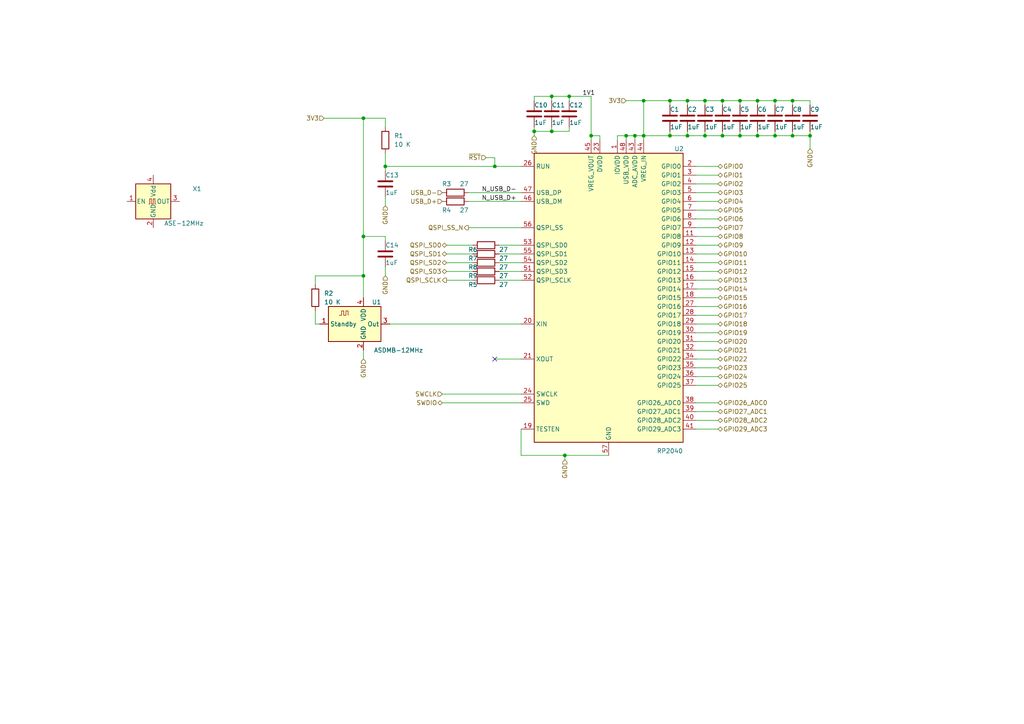
<source format=kicad_sch>
(kicad_sch (version 20230121) (generator eeschema)
  (paper "A4")
  (lib_symbols
    (symbol "Device:C" (pin_numbers hide) (pin_names (offset 0.254))
      (property "Reference" "C" (at 0.635 2.54 0))
      (property "Value" "C" (at 0.635 -2.54 0))
      (symbol "C_0_1"
        (polyline (pts (xy -2.032 -0.762) (xy 2.032 -0.762)) (stroke (width 0.508)))
        (polyline (pts (xy -2.032 0.762) (xy 2.032 0.762)) (stroke (width 0.508)))
      )
      (symbol "C_1_1"
        (pin passive line (at 0 3.81 270) (length 2.794) (name "~") (number "1"))
        (pin passive line (at 0 -3.81 90) (length 2.794) (name "~") (number "2"))
      )
    )
    (symbol "Device:R" (pin_numbers hide) (pin_names (offset 0))
      (property "Reference" "R" (at 2.032 0 90))
      (property "Value" "R" (at 0 0 90))
      (symbol "R_0_1"
        (rectangle (start -1.016 -2.54) (end 1.016 2.54) (stroke (width 0.254)))
      )
      (symbol "R_1_1"
        (pin passive line (at 0 3.81 270) (length 1.27) (name "~") (number "1"))
        (pin passive line (at 0 -3.81 90) (length 1.27) (name "~") (number "2"))
      )
    )
    (symbol "MCU_RaspberryPi:RP2040"
      (property "Reference" "U" (at 17.78 45.72 0))
      (property "Value" "RP2040" (at 17.78 43.18 0))
      (symbol "RP2040_0_1"
        (rectangle (start -21.59 41.91) (end 21.59 -41.91) (stroke (width 0.254)) (fill (type background)))
      )
      (symbol "RP2040_1_1"
        (pin power_in line (at 2.54 45.72 270) (length 3.81) (name "IOVDD") (number "1"))
        (pin passive line (at 2.54 45.72 270) (length 3.81) hide (name "IOVDD") (number "10"))
        (pin bidirectional line (at 25.4 17.78 180) (length 3.81) (name "GPIO8") (number "11"))
        (pin bidirectional line (at 25.4 15.24 180) (length 3.81) (name "GPIO9") (number "12"))
        (pin bidirectional line (at 25.4 12.7 180) (length 3.81) (name "GPIO10") (number "13"))
        (pin bidirectional line (at 25.4 10.16 180) (length 3.81) (name "GPIO11") (number "14"))
        (pin bidirectional line (at 25.4 7.62 180) (length 3.81) (name "GPIO12") (number "15"))
        (pin bidirectional line (at 25.4 5.08 180) (length 3.81) (name "GPIO13") (number "16"))
        (pin bidirectional line (at 25.4 2.54 180) (length 3.81) (name "GPIO14") (number "17"))
        (pin bidirectional line (at 25.4 0 180) (length 3.81) (name "GPIO15") (number "18"))
        (pin input line (at -25.4 -38.1 0) (length 3.81) (name "TESTEN") (number "19"))
        (pin bidirectional line (at 25.4 38.1 180) (length 3.81) (name "GPIO0") (number "2"))
        (pin input line (at -25.4 -7.62 0) (length 3.81) (name "XIN") (number "20"))
        (pin passive line (at -25.4 -17.78 0) (length 3.81) (name "XOUT") (number "21"))
        (pin passive line (at 2.54 45.72 270) (length 3.81) hide (name "IOVDD") (number "22"))
        (pin power_in line (at -2.54 45.72 270) (length 3.81) (name "DVDD") (number "23"))
        (pin input line (at -25.4 -27.94 0) (length 3.81) (name "SWCLK") (number "24"))
        (pin bidirectional line (at -25.4 -30.48 0) (length 3.81) (name "SWD") (number "25"))
        (pin input line (at -25.4 38.1 0) (length 3.81) (name "RUN") (number "26"))
        (pin bidirectional line (at 25.4 -2.54 180) (length 3.81) (name "GPIO16") (number "27"))
        (pin bidirectional line (at 25.4 -5.08 180) (length 3.81) (name "GPIO17") (number "28"))
        (pin bidirectional line (at 25.4 -7.62 180) (length 3.81) (name "GPIO18") (number "29"))
        (pin bidirectional line (at 25.4 35.56 180) (length 3.81) (name "GPIO1") (number "3"))
        (pin bidirectional line (at 25.4 -10.16 180) (length 3.81) (name "GPIO19") (number "30"))
        (pin bidirectional line (at 25.4 -12.7 180) (length 3.81) (name "GPIO20") (number "31"))
        (pin bidirectional line (at 25.4 -15.24 180) (length 3.81) (name "GPIO21") (number "32"))
        (pin passive line (at 2.54 45.72 270) (length 3.81) hide (name "IOVDD") (number "33"))
        (pin bidirectional line (at 25.4 -17.78 180) (length 3.81) (name "GPIO22") (number "34"))
        (pin bidirectional line (at 25.4 -20.32 180) (length 3.81) (name "GPIO23") (number "35"))
        (pin bidirectional line (at 25.4 -22.86 180) (length 3.81) (name "GPIO24") (number "36"))
        (pin bidirectional line (at 25.4 -25.4 180) (length 3.81) (name "GPIO25") (number "37"))
        (pin bidirectional line (at 25.4 -30.48 180) (length 3.81) (name "GPIO26_ADC0") (number "38"))
        (pin bidirectional line (at 25.4 -33.02 180) (length 3.81) (name "GPIO27_ADC1") (number "39"))
        (pin bidirectional line (at 25.4 33.02 180) (length 3.81) (name "GPIO2") (number "4"))
        (pin bidirectional line (at 25.4 -35.56 180) (length 3.81) (name "GPIO28_ADC2") (number "40"))
        (pin bidirectional line (at 25.4 -38.1 180) (length 3.81) (name "GPIO29_ADC3") (number "41"))
        (pin passive line (at 2.54 45.72 270) (length 3.81) hide (name "IOVDD") (number "42"))
        (pin power_in line (at 7.62 45.72 270) (length 3.81) (name "ADC_AVDD") (number "43"))
        (pin power_in line (at 10.16 45.72 270) (length 3.81) (name "VREG_IN") (number "44"))
        (pin power_out line (at -5.08 45.72 270) (length 3.81) (name "VREG_VOUT") (number "45"))
        (pin bidirectional line (at -25.4 27.94 0) (length 3.81) (name "USB_DM") (number "46"))
        (pin bidirectional line (at -25.4 30.48 0) (length 3.81) (name "USB_DP") (number "47"))
        (pin power_in line (at 5.08 45.72 270) (length 3.81) (name "USB_VDD") (number "48"))
        (pin passive line (at 2.54 45.72 270) (length 3.81) hide (name "IOVDD") (number "49"))
        (pin bidirectional line (at 25.4 30.48 180) (length 3.81) (name "GPIO3") (number "5"))
        (pin passive line (at -2.54 45.72 270) (length 3.81) hide (name "DVDD") (number "50"))
        (pin bidirectional line (at -25.4 7.62 0) (length 3.81) (name "QSPI_SD3") (number "51"))
        (pin output line (at -25.4 5.08 0) (length 3.81) (name "QSPI_SCLK") (number "52"))
        (pin bidirectional line (at -25.4 15.24 0) (length 3.81) (name "QSPI_SD0") (number "53"))
        (pin bidirectional line (at -25.4 10.16 0) (length 3.81) (name "QSPI_SD2") (number "54"))
        (pin bidirectional line (at -25.4 12.7 0) (length 3.81) (name "QSPI_SD1") (number "55"))
        (pin bidirectional line (at -25.4 20.32 0) (length 3.81) (name "QSPI_SS") (number "56"))
        (pin power_in line (at 0 -45.72 90) (length 3.81) (name "GND") (number "57"))
        (pin bidirectional line (at 25.4 27.94 180) (length 3.81) (name "GPIO4") (number "6"))
        (pin bidirectional line (at 25.4 25.4 180) (length 3.81) (name "GPIO5") (number "7"))
        (pin bidirectional line (at 25.4 22.86 180) (length 3.81) (name "GPIO6") (number "8"))
        (pin bidirectional line (at 25.4 20.32 180) (length 3.81) (name "GPIO7") (number "9"))
      )
    )
    (symbol "Oscillator:ASDMB-xxxMHz"
      (property "Reference" "U" (at -6.35 6.35 0))
      (property "Value" "ASDMB-xxxMHz" (at 11.43 6.35 0))
      (symbol "ASDMB-xxxMHz_1_1"
        (rectangle (start -7.62 5.08) (end 7.62 -5.08) (stroke (width 0.254)) (fill (type background)))
        (polyline (pts (xy -4.445 2.54) (xy -3.81 2.54) (xy -3.81 3.81) (xy -3.175 3.81) (xy -3.175 2.54) (xy -2.54 2.54) (xy -2.54 3.81) (xy -1.905 3.81) (xy -1.905 2.54)))
        (pin input line (at -10.16 0 0) (length 2.54) (name "Standby") (number "1"))
        (pin power_in line (at 2.54 -7.62 90) (length 2.54) (name "GND") (number "2"))
        (pin output line (at 10.16 0 180) (length 2.54) (name "Out") (number "3"))
        (pin power_in line (at 2.54 7.62 270) (length 2.54) (name "VDD") (number "4"))
      )
    )
    (symbol "Oscillator:ASE-xxxMHz" (pin_names (offset 0.254))
      (property "Reference" "X" (at -5.08 6.35 0))
      (property "Value" "ASE-xxxMHz" (at 1.27 -6.35 0))
      (symbol "ASE-xxxMHz_0_1"
        (rectangle (start -5.08 5.08) (end 5.08 -5.08) (stroke (width 0.254)) (fill (type background)))
        (polyline (pts (xy -1.27 -0.762) (xy -1.016 -0.762) (xy -1.016 0.762) (xy -0.508 0.762) (xy -0.508 -0.762) (xy 0 -0.762) (xy 0 0.762) (xy 0.508 0.762) (xy 0.508 -0.762) (xy 0.762 -0.762)))
      )
      (symbol "ASE-xxxMHz_1_1"
        (pin input line (at -7.62 0 0) (length 2.54) (name "EN") (number "1"))
        (pin power_in line (at 0 -7.62 90) (length 2.54) (name "GND") (number "2"))
        (pin output line (at 7.62 0 180) (length 2.54) (name "OUT") (number "3"))
        (pin power_in line (at 0 7.62 270) (length 2.54) (name "Vdd") (number "4"))
      )
    )
  )
  (junction (at 199.39 39.37))
  (junction (at 105.41 80.01))
  (junction (at 163.83 132.08))
  (junction (at 209.55 29.21))
  (junction (at 214.63 39.37))
  (junction (at 214.63 29.21))
  (junction (at 229.87 39.37))
  (junction (at 171.45 39.37))
  (junction (at 224.79 29.21))
  (junction (at 184.15 39.37))
  (junction (at 204.47 39.37))
  (junction (at 199.39 29.21))
  (junction (at 204.47 29.21))
  (junction (at 209.55 39.37))
  (junction (at 186.69 29.21))
  (junction (at 229.87 29.21))
  (junction (at 111.76 48.26))
  (junction (at 194.31 39.37))
  (junction (at 160.02 27.94))
  (junction (at 105.41 68.58))
  (junction (at 234.95 39.37))
  (junction (at 194.31 29.21))
  (junction (at 105.41 34.29))
  (junction (at 165.1 27.94))
  (junction (at 181.61 39.37))
  (junction (at 154.94 38.1))
  (junction (at 224.79 39.37))
  (junction (at 219.71 29.21))
  (junction (at 143.51 48.26))
  (junction (at 186.69 39.37))
  (junction (at 219.71 39.37))
  (junction (at 160.02 38.1))
  (no_connect (at 143.51 104.14))
  (wire (pts (xy 201.93 124.46) (xy 208.28 124.46)))
  (wire (pts (xy 186.69 39.37) (xy 194.31 39.37)))
  (wire (pts (xy 201.93 78.74) (xy 208.28 78.74)))
  (wire (pts (xy 111.76 57.15) (xy 111.76 59.69)))
  (wire (pts (xy 194.31 39.37) (xy 194.31 38.1)))
  (wire (pts (xy 204.47 39.37) (xy 204.47 38.1)))
  (wire (pts (xy 140.97 45.72) (xy 143.51 45.72)))
  (wire (pts (xy 171.45 39.37) (xy 171.45 40.64)))
  (wire (pts (xy 199.39 39.37) (xy 204.47 39.37)))
  (wire (pts (xy 129.54 78.74) (xy 137.16 78.74)))
  (wire (pts (xy 181.61 29.21) (xy 186.69 29.21)))
  (wire (pts (xy 214.63 39.37) (xy 219.71 39.37)))
  (wire (pts (xy 214.63 29.21) (xy 219.71 29.21)))
  (wire (pts (xy 204.47 29.21) (xy 204.47 30.48)))
  (wire (pts (xy 194.31 29.21) (xy 199.39 29.21)))
  (wire (pts (xy 173.99 39.37) (xy 173.99 40.64)))
  (wire (pts (xy 111.76 68.58) (xy 111.76 69.85)))
  (wire (pts (xy 163.83 132.08) (xy 176.53 132.08)))
  (wire (pts (xy 160.02 38.1) (xy 160.02 36.83)))
  (wire (pts (xy 219.71 39.37) (xy 224.79 39.37)))
  (wire (pts (xy 201.93 116.84) (xy 208.28 116.84)))
  (wire (pts (xy 105.41 68.58) (xy 111.76 68.58)))
  (wire (pts (xy 201.93 81.28) (xy 208.28 81.28)))
  (wire (pts (xy 91.44 82.55) (xy 91.44 80.01)))
  (wire (pts (xy 129.54 81.28) (xy 137.16 81.28)))
  (wire (pts (xy 129.54 73.66) (xy 137.16 73.66)))
  (wire (pts (xy 129.54 71.12) (xy 137.16 71.12)))
  (wire (pts (xy 105.41 34.29) (xy 105.41 68.58)))
  (wire (pts (xy 201.93 83.82) (xy 208.28 83.82)))
  (wire (pts (xy 201.93 88.9) (xy 208.28 88.9)))
  (wire (pts (xy 143.51 45.72) (xy 143.51 48.26)))
  (wire (pts (xy 199.39 39.37) (xy 199.39 38.1)))
  (wire (pts (xy 144.78 76.2) (xy 151.13 76.2)))
  (wire (pts (xy 201.93 91.44) (xy 208.28 91.44)))
  (wire (pts (xy 128.27 116.84) (xy 151.13 116.84)))
  (wire (pts (xy 201.93 68.58) (xy 208.28 68.58)))
  (wire (pts (xy 214.63 39.37) (xy 214.63 38.1)))
  (wire (pts (xy 144.78 81.28) (xy 151.13 81.28)))
  (wire (pts (xy 201.93 96.52) (xy 208.28 96.52)))
  (wire (pts (xy 229.87 39.37) (xy 229.87 38.1)))
  (wire (pts (xy 160.02 27.94) (xy 165.1 27.94)))
  (wire (pts (xy 93.98 34.29) (xy 105.41 34.29)))
  (wire (pts (xy 105.41 34.29) (xy 111.76 34.29)))
  (wire (pts (xy 144.78 71.12) (xy 151.13 71.12)))
  (wire (pts (xy 201.93 119.38) (xy 208.28 119.38)))
  (wire (pts (xy 91.44 93.98) (xy 92.71 93.98)))
  (wire (pts (xy 163.83 132.08) (xy 163.83 133.35)))
  (wire (pts (xy 105.41 68.58) (xy 105.41 80.01)))
  (wire (pts (xy 105.41 80.01) (xy 105.41 86.36)))
  (wire (pts (xy 151.13 132.08) (xy 151.13 124.46)))
  (wire (pts (xy 201.93 104.14) (xy 208.28 104.14)))
  (wire (pts (xy 154.94 38.1) (xy 154.94 36.83)))
  (wire (pts (xy 184.15 39.37) (xy 181.61 39.37)))
  (wire (pts (xy 165.1 38.1) (xy 165.1 36.83)))
  (wire (pts (xy 201.93 86.36) (xy 208.28 86.36)))
  (wire (pts (xy 214.63 29.21) (xy 214.63 30.48)))
  (wire (pts (xy 91.44 80.01) (xy 105.41 80.01)))
  (wire (pts (xy 199.39 29.21) (xy 204.47 29.21)))
  (wire (pts (xy 160.02 27.94) (xy 160.02 29.21)))
  (wire (pts (xy 229.87 39.37) (xy 234.95 39.37)))
  (wire (pts (xy 201.93 99.06) (xy 208.28 99.06)))
  (wire (pts (xy 151.13 132.08) (xy 163.83 132.08)))
  (wire (pts (xy 201.93 109.22) (xy 208.28 109.22)))
  (wire (pts (xy 154.94 27.94) (xy 160.02 27.94)))
  (wire (pts (xy 199.39 29.21) (xy 199.39 30.48)))
  (wire (pts (xy 219.71 39.37) (xy 219.71 38.1)))
  (wire (pts (xy 144.78 78.74) (xy 151.13 78.74)))
  (wire (pts (xy 201.93 48.26) (xy 208.28 48.26)))
  (wire (pts (xy 144.78 73.66) (xy 151.13 73.66)))
  (wire (pts (xy 201.93 73.66) (xy 208.28 73.66)))
  (wire (pts (xy 111.76 44.45) (xy 111.76 48.26)))
  (wire (pts (xy 224.79 29.21) (xy 229.87 29.21)))
  (wire (pts (xy 201.93 53.34) (xy 208.28 53.34)))
  (wire (pts (xy 111.76 77.47) (xy 111.76 80.01)))
  (wire (pts (xy 184.15 39.37) (xy 184.15 40.64)))
  (wire (pts (xy 201.93 71.12) (xy 208.28 71.12)))
  (wire (pts (xy 111.76 48.26) (xy 111.76 49.53)))
  (wire (pts (xy 201.93 60.96) (xy 208.28 60.96)))
  (wire (pts (xy 219.71 29.21) (xy 224.79 29.21)))
  (wire (pts (xy 105.41 101.6) (xy 105.41 104.14)))
  (wire (pts (xy 160.02 38.1) (xy 165.1 38.1)))
  (wire (pts (xy 209.55 39.37) (xy 214.63 39.37)))
  (wire (pts (xy 184.15 39.37) (xy 186.69 39.37)))
  (wire (pts (xy 111.76 34.29) (xy 111.76 36.83)))
  (wire (pts (xy 209.55 29.21) (xy 209.55 30.48)))
  (wire (pts (xy 128.27 114.3) (xy 151.13 114.3)))
  (wire (pts (xy 201.93 63.5) (xy 208.28 63.5)))
  (wire (pts (xy 201.93 55.88) (xy 208.28 55.88)))
  (wire (pts (xy 186.69 29.21) (xy 186.69 39.37)))
  (wire (pts (xy 171.45 39.37) (xy 171.45 27.94)))
  (wire (pts (xy 154.94 27.94) (xy 154.94 29.21)))
  (wire (pts (xy 165.1 27.94) (xy 165.1 29.21)))
  (wire (pts (xy 143.51 104.14) (xy 151.13 104.14)))
  (wire (pts (xy 234.95 29.21) (xy 234.95 30.48)))
  (wire (pts (xy 201.93 76.2) (xy 208.28 76.2)))
  (wire (pts (xy 135.89 55.88) (xy 151.13 55.88)))
  (wire (pts (xy 186.69 40.64) (xy 186.69 39.37)))
  (wire (pts (xy 201.93 93.98) (xy 208.28 93.98)))
  (wire (pts (xy 201.93 111.76) (xy 208.28 111.76)))
  (wire (pts (xy 154.94 38.1) (xy 160.02 38.1)))
  (wire (pts (xy 181.61 39.37) (xy 179.07 39.37)))
  (wire (pts (xy 143.51 48.26) (xy 151.13 48.26)))
  (wire (pts (xy 201.93 58.42) (xy 208.28 58.42)))
  (wire (pts (xy 91.44 90.17) (xy 91.44 93.98)))
  (wire (pts (xy 201.93 50.8) (xy 208.28 50.8)))
  (wire (pts (xy 194.31 39.37) (xy 199.39 39.37)))
  (wire (pts (xy 201.93 66.04) (xy 208.28 66.04)))
  (wire (pts (xy 129.54 76.2) (xy 137.16 76.2)))
  (wire (pts (xy 224.79 39.37) (xy 229.87 39.37)))
  (wire (pts (xy 224.79 29.21) (xy 224.79 30.48)))
  (wire (pts (xy 111.76 48.26) (xy 143.51 48.26)))
  (wire (pts (xy 201.93 106.68) (xy 208.28 106.68)))
  (wire (pts (xy 209.55 39.37) (xy 209.55 38.1)))
  (wire (pts (xy 154.94 38.1) (xy 154.94 39.37)))
  (wire (pts (xy 179.07 39.37) (xy 179.07 40.64)))
  (wire (pts (xy 234.95 39.37) (xy 234.95 38.1)))
  (wire (pts (xy 135.89 58.42) (xy 151.13 58.42)))
  (wire (pts (xy 181.61 39.37) (xy 181.61 40.64)))
  (wire (pts (xy 165.1 27.94) (xy 171.45 27.94)))
  (wire (pts (xy 201.93 101.6) (xy 208.28 101.6)))
  (wire (pts (xy 209.55 29.21) (xy 214.63 29.21)))
  (wire (pts (xy 229.87 29.21) (xy 229.87 30.48)))
  (wire (pts (xy 194.31 29.21) (xy 194.31 30.48)))
  (wire (pts (xy 135.89 66.04) (xy 151.13 66.04)))
  (wire (pts (xy 204.47 39.37) (xy 209.55 39.37)))
  (wire (pts (xy 204.47 29.21) (xy 209.55 29.21)))
  (wire (pts (xy 171.45 39.37) (xy 173.99 39.37)))
  (wire (pts (xy 186.69 29.21) (xy 194.31 29.21)))
  (wire (pts (xy 219.71 29.21) (xy 219.71 30.48)))
  (wire (pts (xy 224.79 39.37) (xy 224.79 38.1)))
  (wire (pts (xy 201.93 121.92) (xy 208.28 121.92)))
  (wire (pts (xy 234.95 39.37) (xy 234.95 43.18)))
  (wire (pts (xy 229.87 29.21) (xy 234.95 29.21)))
  (wire (pts (xy 113.03 93.98) (xy 151.13 93.98)))
  (label "1V1" (at 168.91 27.94 0))
  (label "N_USB_D-" (at 139.7 55.88 0))
  (label "N_USB_D+" (at 139.7 58.42 0))
  (hierarchical_label "QSPI_SS_N" (shape output) (at 135.89 66.04 180))
  (hierarchical_label "GPIO2" (shape tri_state) (at 208.28 53.34 0))
  (hierarchical_label "GPIO3" (shape tri_state) (at 208.28 55.88 0))
  (hierarchical_label "GND" (shape input) (at 111.76 80.01 270))
  (hierarchical_label "GPIO27_ADC1" (shape bidirectional) (at 208.28 119.38 0))
  (hierarchical_label "GPIO14" (shape bidirectional) (at 208.28 83.82 0))
  (hierarchical_label "GPIO18" (shape bidirectional) (at 208.28 93.98 0))
  (hierarchical_label "GND" (shape input) (at 163.83 133.35 270))
  (hierarchical_label "USB_D+" (shape input) (at 128.27 58.42 180))
  (hierarchical_label "QSPI_SD0" (shape bidirectional) (at 129.54 71.12 180))
  (hierarchical_label "GPIO19" (shape bidirectional) (at 208.28 96.52 0))
  (hierarchical_label "GPIO11" (shape bidirectional) (at 208.28 76.2 0))
  (hierarchical_label "GPIO28_ADC2" (shape bidirectional) (at 208.28 121.92 0))
  (hierarchical_label "GPIO0" (shape tri_state) (at 208.28 48.26 0))
  (hierarchical_label "GPIO13" (shape bidirectional) (at 208.28 81.28 0))
  (hierarchical_label "GPIO12" (shape bidirectional) (at 208.28 78.74 0))
  (hierarchical_label "GPIO22" (shape bidirectional) (at 208.28 104.14 0))
  (hierarchical_label "GPIO23" (shape bidirectional) (at 208.28 106.68 0))
  (hierarchical_label "GND" (shape input) (at 234.95 43.18 270))
  (hierarchical_label "GPIO21" (shape bidirectional) (at 208.28 101.6 0))
  (hierarchical_label "~{RST}" (shape input) (at 140.97 45.72 180))
  (hierarchical_label "GPIO29_ADC3" (shape bidirectional) (at 208.28 124.46 0))
  (hierarchical_label "QSPI_SD2" (shape bidirectional) (at 129.54 76.2 180))
  (hierarchical_label "GPIO5" (shape tri_state) (at 208.28 60.96 0))
  (hierarchical_label "3V3" (shape input) (at 93.98 34.29 180))
  (hierarchical_label "SWDIO" (shape bidirectional) (at 128.27 116.84 180))
  (hierarchical_label "GPIO26_ADC0" (shape bidirectional) (at 208.28 116.84 0))
  (hierarchical_label "GPIO15" (shape bidirectional) (at 208.28 86.36 0))
  (hierarchical_label "GPIO1" (shape tri_state) (at 208.28 50.8 0))
  (hierarchical_label "QSPI_SD1" (shape bidirectional) (at 129.54 73.66 180))
  (hierarchical_label "GPIO16" (shape bidirectional) (at 208.28 88.9 0))
  (hierarchical_label "GPIO20" (shape bidirectional) (at 208.28 99.06 0))
  (hierarchical_label "GPIO17" (shape bidirectional) (at 208.28 91.44 0))
  (hierarchical_label "GPIO10" (shape bidirectional) (at 208.28 73.66 0))
  (hierarchical_label "GPIO7" (shape tri_state) (at 208.28 66.04 0))
  (hierarchical_label "QSPI_SCLK" (shape output) (at 129.54 81.28 180))
  (hierarchical_label "SWCLK" (shape input) (at 128.27 114.3 180))
  (hierarchical_label "GND" (shape input) (at 111.76 59.69 270))
  (hierarchical_label "GPIO4" (shape tri_state) (at 208.28 58.42 0))
  (hierarchical_label "GPIO6" (shape tri_state) (at 208.28 63.5 0))
  (hierarchical_label "3V3" (shape input) (at 181.61 29.21 180))
  (hierarchical_label "GPIO24" (shape bidirectional) (at 208.28 109.22 0))
  (hierarchical_label "GND" (shape input) (at 105.41 104.14 270))
  (hierarchical_label "QSPI_SD3" (shape bidirectional) (at 129.54 78.74 180))
  (hierarchical_label "GPIO25" (shape bidirectional) (at 208.28 111.76 0))
  (hierarchical_label "USB_D-" (shape input) (at 128.27 55.88 180))
  (hierarchical_label "GPIO8" (shape tri_state) (at 208.28 68.58 0))
  (hierarchical_label "GPIO9" (shape tri_state) (at 208.28 71.12 0))
  (hierarchical_label "GND" (shape input) (at 154.94 39.37 270))
  (symbol (lib_id "Device:C") (at 160.02 33.02 0) (unit 1)
    (property "Reference" "C11" (at 160.02 30.48 0) (effects (justify left)))
    (property "Value" "1uF" (at 160.02 35.56 0) (effects (justify left)))
    (property "Footprint" "Capacitor_THT:CP_Axial_L10.0mm_D4.5mm_P15.00mm_Horizontal" (effects hide))
  )
  (symbol (lib_id "Device:R") (at 140.97 81.28 90) (unit 1)
    (property "Reference" "R5" (at 137.16 82.55 90))
    (property "Value" "27" (at 146.05 82.55 90))
    (property "Footprint" "Resistor_THT:R_Axial_DIN0204_L3.6mm_D1.6mm_P7.62mm_Horizontal" (effects hide))
  )
  (symbol (lib_id "Device:C") (at 204.47 34.29 0) (unit 1)
    (property "Reference" "C3" (at 204.47 31.75 0) (effects (justify left)))
    (property "Value" "1uF" (at 204.47 36.83 0) (effects (justify left)))
    (property "Footprint" "Capacitor_THT:CP_Axial_L10.0mm_D4.5mm_P15.00mm_Horizontal" (effects hide))
  )
  (symbol (lib_id "Oscillator:ASDMB-xxxMHz") (at 102.87 93.98 0) (unit 1)
    (property "Reference" "U1" (at 109.22 87.63 0))
    (property "Value" "ASDMB-12MHz" (at 115.57 101.6 0))
    (property "Footprint" "Oscillator:Oscillator_SMD_Abracon_ASDMB-4Pin_2.5x2.0mm" (effects hide))
    (property "Datasheet" "https://abracon.com/Oscillators/ASDMB.pdf" (effects hide))
  )
  (symbol (lib_id "Device:C") (at 224.79 34.29 0) (unit 1)
    (property "Reference" "C7" (at 224.79 31.75 0) (effects (justify left)))
    (property "Value" "1uF" (at 224.79 36.83 0) (effects (justify left)))
    (property "Footprint" "Capacitor_THT:CP_Axial_L10.0mm_D4.5mm_P15.00mm_Horizontal" (effects hide))
  )
  (symbol (lib_id "Device:C") (at 214.63 34.29 0) (unit 1)
    (property "Reference" "C5" (at 214.63 31.75 0) (effects (justify left)))
    (property "Value" "1uF" (at 214.63 36.83 0) (effects (justify left)))
    (property "Footprint" "Capacitor_THT:CP_Axial_L10.0mm_D4.5mm_P15.00mm_Horizontal" (effects hide))
  )
  (symbol (lib_id "Device:R") (at 140.97 73.66 90) (unit 1)
    (property "Reference" "R7" (at 137.16 74.93 90))
    (property "Value" "27" (at 146.05 74.93 90))
    (property "Footprint" "Resistor_THT:R_Axial_DIN0204_L3.6mm_D1.6mm_P7.62mm_Horizontal" (effects hide))
  )
  (symbol (lib_id "Device:C") (at 111.76 53.34 0) (unit 1)
    (property "Reference" "C13" (at 111.76 50.8 0) (effects (justify left)))
    (property "Value" "1uF" (at 111.76 55.88 0) (effects (justify left)))
    (property "Footprint" "Capacitor_THT:CP_Axial_L10.0mm_D4.5mm_P15.00mm_Horizontal" (effects hide))
  )
  (symbol (lib_id "Oscillator:ASE-xxxMHz") (at 44.45 58.42 0) (unit 1)
    (property "Reference" "X1" (at 57.15 54.7721 0))
    (property "Value" "ASE-12MHz" (at 53.34 64.77 0))
    (property "Footprint" "Oscillator:Oscillator_SMD_Abracon_ASE-4Pin_3.2x2.5mm" (effects hide))
    (property "Datasheet" "http://www.abracon.com/Oscillators/ASV.pdf" (effects hide))
  )
  (symbol (lib_id "Device:C") (at 209.55 34.29 0) (unit 1)
    (property "Reference" "C4" (at 209.55 31.75 0) (effects (justify left)))
    (property "Value" "1uF" (at 209.55 36.83 0) (effects (justify left)))
    (property "Footprint" "Capacitor_THT:CP_Axial_L10.0mm_D4.5mm_P15.00mm_Horizontal" (effects hide))
  )
  (symbol (lib_id "Device:C") (at 154.94 33.02 0) (unit 1)
    (property "Reference" "C10" (at 154.94 30.48 0) (effects (justify left)))
    (property "Value" "1uF" (at 154.94 35.56 0) (effects (justify left)))
    (property "Footprint" "Capacitor_THT:CP_Axial_L10.0mm_D4.5mm_P15.00mm_Horizontal" (effects hide))
  )
  (symbol (lib_id "Device:R") (at 132.08 58.42 270) (unit 1)
    (property "Reference" "R4" (at 129.54 60.96 90))
    (property "Value" "27" (at 134.62 60.96 90))
    (property "Footprint" "Resistor_THT:R_Axial_DIN0204_L3.6mm_D1.6mm_P7.62mm_Horizontal" (effects hide))
  )
  (symbol (lib_id "Device:C") (at 219.71 34.29 0) (unit 1)
    (property "Reference" "C6" (at 219.71 31.75 0) (effects (justify left)))
    (property "Value" "1uF" (at 219.71 36.83 0) (effects (justify left)))
    (property "Footprint" "Capacitor_THT:CP_Axial_L10.0mm_D4.5mm_P15.00mm_Horizontal" (effects hide))
  )
  (symbol (lib_id "Device:C") (at 194.31 34.29 0) (unit 1)
    (property "Reference" "C1" (at 194.31 31.75 0) (effects (justify left)))
    (property "Value" "1uF" (at 194.31 36.83 0) (effects (justify left)))
    (property "Footprint" "Capacitor_THT:CP_Axial_L10.0mm_D4.5mm_P15.00mm_Horizontal" (effects hide))
  )
  (symbol (lib_id "Device:C") (at 229.87 34.29 0) (unit 1)
    (property "Reference" "C8" (at 229.87 31.75 0) (effects (justify left)))
    (property "Value" "1uF" (at 229.87 36.83 0) (effects (justify left)))
    (property "Footprint" "Capacitor_THT:CP_Axial_L10.0mm_D4.5mm_P15.00mm_Horizontal" (effects hide))
  )
  (symbol (lib_id "Device:C") (at 199.39 34.29 0) (unit 1)
    (property "Reference" "C2" (at 199.39 31.75 0) (effects (justify left)))
    (property "Value" "1uF" (at 199.39 36.83 0) (effects (justify left)))
    (property "Footprint" "Capacitor_THT:CP_Axial_L10.0mm_D4.5mm_P15.00mm_Horizontal" (effects hide))
  )
  (symbol (lib_id "Device:R") (at 111.76 40.64 0) (unit 1)
    (property "Reference" "R1" (at 114.3 39.37 0) (effects (justify left)))
    (property "Value" "10 K" (at 114.3 41.91 0) (effects (justify left)))
    (property "Footprint" "Resistor_THT:R_Axial_DIN0204_L3.6mm_D1.6mm_P7.62mm_Horizontal" (effects hide))
  )
  (symbol (lib_id "MCU_RaspberryPi:RP2040") (at 176.53 86.36 0) (unit 1)
    (property "Reference" "U2" (at 195.58 43.18 0) (effects (justify left)))
    (property "Value" "RP2040" (at 190.5 130.81 0) (effects (justify left)))
    (property "Footprint" "Package_DFN_QFN:QFN-56-1EP_7x7mm_P0.4mm_EP3.2x3.2mm" (effects hide))
    (property "Datasheet" "https://datasheets.raspberrypi.com/rp2040/rp2040-datasheet.pdf" (effects hide))
  )
  (symbol (lib_id "Device:C") (at 165.1 33.02 0) (unit 1)
    (property "Reference" "C12" (at 165.1 30.48 0) (effects (justify left)))
    (property "Value" "1uF" (at 165.1 35.56 0) (effects (justify left)))
    (property "Footprint" "Capacitor_THT:CP_Axial_L10.0mm_D4.5mm_P15.00mm_Horizontal" (effects hide))
  )
  (symbol (lib_id "Device:R") (at 91.44 86.36 0) (unit 1)
    (property "Reference" "R2" (at 93.98 85.09 0) (effects (justify left)))
    (property "Value" "10 K" (at 93.98 87.63 0) (effects (justify left)))
    (property "Footprint" "Resistor_THT:R_Axial_DIN0204_L3.6mm_D1.6mm_P7.62mm_Horizontal" (effects hide))
  )
  (symbol (lib_id "Device:C") (at 111.76 73.66 0) (unit 1)
    (property "Reference" "C14" (at 111.76 71.12 0) (effects (justify left)))
    (property "Value" "1uF" (at 111.76 76.2 0) (effects (justify left)))
    (property "Footprint" "Capacitor_THT:CP_Axial_L10.0mm_D4.5mm_P15.00mm_Horizontal" (effects hide))
  )
  (symbol (lib_id "Device:R") (at 140.97 78.74 90) (unit 1)
    (property "Reference" "R9" (at 137.16 80.01 90))
    (property "Value" "27" (at 146.05 80.01 90))
    (property "Footprint" "Resistor_THT:R_Axial_DIN0204_L3.6mm_D1.6mm_P7.62mm_Horizontal" (effects hide))
  )
  (symbol (lib_id "Device:R") (at 140.97 76.2 90) (unit 1)
    (property "Reference" "R8" (at 137.16 77.47 90))
    (property "Value" "27" (at 146.05 77.47 90))
    (property "Footprint" "Resistor_THT:R_Axial_DIN0204_L3.6mm_D1.6mm_P7.62mm_Horizontal" (effects hide))
  )
  (symbol (lib_id "Device:R") (at 132.08 55.88 90) (unit 1)
    (property "Reference" "R3" (at 129.54 53.34 90))
    (property "Value" "27" (at 134.62 53.34 90))
    (property "Footprint" "Resistor_THT:R_Axial_DIN0204_L3.6mm_D1.6mm_P7.62mm_Horizontal" (effects hide))
  )
  (symbol (lib_id "Device:R") (at 140.97 71.12 90) (unit 1)
    (property "Reference" "R6" (at 137.16 72.39 90))
    (property "Value" "27" (at 146.05 72.39 90))
    (property "Footprint" "Resistor_THT:R_Axial_DIN0204_L3.6mm_D1.6mm_P7.62mm_Horizontal" (effects hide))
  )
  (symbol (lib_id "Device:C") (at 234.95 34.29 0) (unit 1)
    (property "Reference" "C9" (at 234.95 31.75 0) (effects (justify left)))
    (property "Value" "1uF" (at 234.95 36.83 0) (effects (justify left)))
    (property "Footprint" "Capacitor_THT:CP_Axial_L10.0mm_D4.5mm_P15.00mm_Horizontal" (effects hide))
  )
)
</source>
